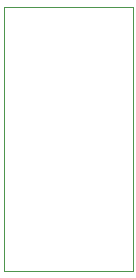
<source format=gbr>
G04 DesignSpark PCB Gerber Version 10.0 Build 5299*
G04 #@! TF.Part,Single*
G04 #@! TF.FileFunction,Other,alex_led_pcb - Documentation*
G04 #@! TF.FilePolarity,Positive*
%FSLAX35Y35*%
%MOIN*%
%ADD11C,0.00394*%
G04 #@! TD.AperFunction*
X0Y0D02*
D02*
D11*
X60329Y156726D02*
Y68774D01*
X17337D01*
Y156726D01*
X60329D01*
X0Y0D02*
M02*

</source>
